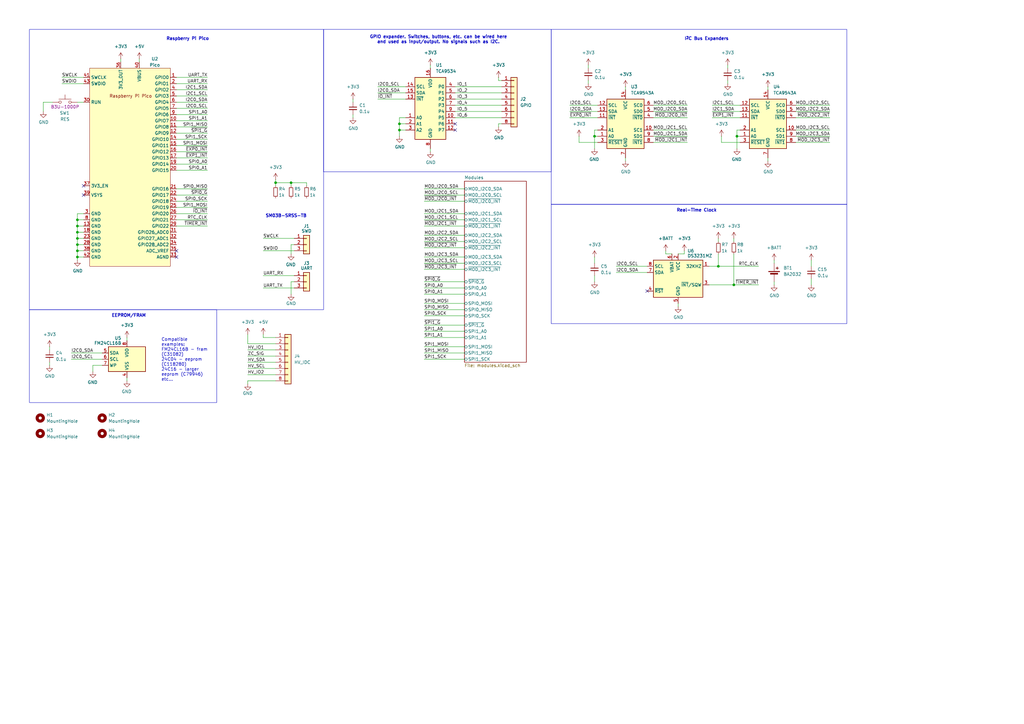
<source format=kicad_sch>
(kicad_sch (version 20231120) (generator "eeschema") (generator_version "8.0")
  (paper "A3")
  (title_block (title "Axis Control PCB") (date "2024-09-07") (rev "1") (comment 1 "Author: Meigs2"))
  (lib_symbols
    (symbol "+3V3_1" (power) (pin_numbers hide) (pin_names (offset 0) hide)
      (property "Value" "+3V3" (at 0 3.556 0))
      (symbol "+3V3_1_0_1"
        (polyline (pts (xy -0.762 1.27) (xy 0 2.54)))
        (polyline (pts (xy 0 0) (xy 0 2.54)))
        (polyline (pts (xy 0 2.54) (xy 0.762 1.27)))
      )
      (symbol "+3V3_1_1_1"
        (pin power_in line (at 0 0 90) (length 0) (name "~") (number "1"))
      )
    )
    (symbol "Connector_Generic:Conn_01x03" (pin_names (offset 1.016) hide)
      (property "Reference" "J" (at 0 5.08 0))
      (property "Value" "Conn_01x03" (at 0 -5.08 0))
      (symbol "Conn_01x03_1_1"
        (rectangle (start -1.27 -2.413) (end 0 -2.667) (stroke (width 0.1524)))
        (rectangle (start -1.27 0.127) (end 0 -0.127) (stroke (width 0.1524)))
        (rectangle (start -1.27 2.667) (end 0 2.413) (stroke (width 0.1524)))
        (rectangle (start -1.27 3.81) (end 1.27 -3.81) (stroke (width 0.254)) (fill (type background)))
        (pin passive line (at -5.08 2.54 0) (length 3.81) (name "Pin_1") (number "1"))
        (pin passive line (at -5.08 0 0) (length 3.81) (name "Pin_2") (number "2"))
        (pin passive line (at -5.08 -2.54 0) (length 3.81) (name "Pin_3") (number "3"))
      )
    )
    (symbol "Connector_Generic:Conn_01x08" (pin_names (offset 1.016) hide)
      (property "Reference" "J" (at 0 10.16 0))
      (property "Value" "Conn_01x08" (at 0 -12.7 0))
      (symbol "Conn_01x08_1_1"
        (rectangle (start -1.27 -10.033) (end 0 -10.287) (stroke (width 0.1524)))
        (rectangle (start -1.27 -7.493) (end 0 -7.747) (stroke (width 0.1524)))
        (rectangle (start -1.27 -4.953) (end 0 -5.207) (stroke (width 0.1524)))
        (rectangle (start -1.27 -2.413) (end 0 -2.667) (stroke (width 0.1524)))
        (rectangle (start -1.27 0.127) (end 0 -0.127) (stroke (width 0.1524)))
        (rectangle (start -1.27 2.667) (end 0 2.413) (stroke (width 0.1524)))
        (rectangle (start -1.27 5.207) (end 0 4.953) (stroke (width 0.1524)))
        (rectangle (start -1.27 7.747) (end 0 7.493) (stroke (width 0.1524)))
        (rectangle (start -1.27 8.89) (end 1.27 -11.43) (stroke (width 0.254)) (fill (type background)))
        (pin passive line (at -5.08 7.62 0) (length 3.81) (name "Pin_1") (number "1"))
        (pin passive line (at -5.08 5.08 0) (length 3.81) (name "Pin_2") (number "2"))
        (pin passive line (at -5.08 2.54 0) (length 3.81) (name "Pin_3") (number "3"))
        (pin passive line (at -5.08 0 0) (length 3.81) (name "Pin_4") (number "4"))
        (pin passive line (at -5.08 -2.54 0) (length 3.81) (name "Pin_5") (number "5"))
        (pin passive line (at -5.08 -5.08 0) (length 3.81) (name "Pin_6") (number "6"))
        (pin passive line (at -5.08 -7.62 0) (length 3.81) (name "Pin_7") (number "7"))
        (pin passive line (at -5.08 -10.16 0) (length 3.81) (name "Pin_8") (number "8"))
      )
    )
    (symbol "Device:Battery_Cell" (pin_numbers hide) (pin_names (offset 0) hide)
      (property "Reference" "BT" (at 2.54 2.54 0))
      (property "Value" "Battery_Cell" (at 2.54 0 0))
      (symbol "Battery_Cell_0_1"
        (rectangle (start -2.286 1.778) (end 2.286 1.524) (fill (type outline)))
        (rectangle (start -1.524 1.016) (end 1.524 0.508) (fill (type outline)))
        (polyline (pts (xy 0 0.762) (xy 0 0)))
        (polyline (pts (xy 0 1.778) (xy 0 2.54)))
        (polyline (pts (xy 0.762 3.048) (xy 1.778 3.048)) (stroke (width 0.254)))
        (polyline (pts (xy 1.27 3.556) (xy 1.27 2.54)) (stroke (width 0.254)))
      )
      (symbol "Battery_Cell_1_1"
        (pin passive line (at 0 5.08 270) (length 2.54) (name "+") (number "1"))
        (pin passive line (at 0 -2.54 90) (length 2.54) (name "-") (number "2"))
      )
    )
    (symbol "Device:C_Small" (pin_numbers hide) (pin_names (offset 0.254) hide)
      (property "Reference" "C" (at 0.254 1.778 0))
      (property "Value" "C_Small" (at 0.254 -2.032 0))
      (symbol "C_Small_0_1"
        (polyline (pts (xy -1.524 -0.508) (xy 1.524 -0.508)) (stroke (width 0.3302)))
        (polyline (pts (xy -1.524 0.508) (xy 1.524 0.508)) (stroke (width 0.3048)))
      )
      (symbol "C_Small_1_1"
        (pin passive line (at 0 2.54 270) (length 2.032) (name "~") (number "1"))
        (pin passive line (at 0 -2.54 90) (length 2.032) (name "~") (number "2"))
      )
    )
    (symbol "Device:R_Small" (pin_numbers hide) (pin_names (offset 0.254) hide)
      (property "Reference" "R" (at 0.762 0.508 0))
      (property "Value" "R_Small" (at 0.762 -1.016 0))
      (symbol "R_Small_0_1"
        (rectangle (start -0.762 1.778) (end 0.762 -1.778) (stroke (width 0.2032)))
      )
      (symbol "R_Small_1_1"
        (pin passive line (at 0 2.54 270) (length 0.762) (name "~") (number "1"))
        (pin passive line (at 0 -2.54 90) (length 0.762) (name "~") (number "2"))
      )
    )
    (symbol "Interface_Expansion:TCA9534"
      (property "Reference" "U" (at -6.35 12.7 0))
      (property "Value" "TCA9534" (at 2.54 12.7 0))
      (symbol "TCA9534_0_1"
        (rectangle (start -6.35 -13.97) (end 6.35 11.43) (stroke (width 0.254)) (fill (type background)))
      )
      (symbol "TCA9534_1_1"
        (pin input line (at -10.16 -5.08 0) (length 3.81) (name "A0") (number "1"))
        (pin bidirectional line (at 10.16 -5.08 180) (length 3.81) (name "P5") (number "10"))
        (pin bidirectional line (at 10.16 -7.62 180) (length 3.81) (name "P6") (number "11"))
        (pin bidirectional line (at 10.16 -10.16 180) (length 3.81) (name "P7") (number "12"))
        (pin open_collector line (at -10.16 2.54 0) (length 3.81) (name "~{INT}") (number "13"))
        (pin input line (at -10.16 7.62 0) (length 3.81) (name "SCL") (number "14"))
        (pin bidirectional line (at -10.16 5.08 0) (length 3.81) (name "SDA") (number "15"))
        (pin power_in line (at 0 15.24 270) (length 3.81) (name "VDD") (number "16"))
        (pin input line (at -10.16 -7.62 0) (length 3.81) (name "A1") (number "2"))
        (pin input line (at -10.16 -10.16 0) (length 3.81) (name "A2") (number "3"))
        (pin bidirectional line (at 10.16 7.62 180) (length 3.81) (name "P0") (number "4"))
        (pin bidirectional line (at 10.16 5.08 180) (length 3.81) (name "P1") (number "5"))
        (pin bidirectional line (at 10.16 2.54 180) (length 3.81) (name "P2") (number "6"))
        (pin bidirectional line (at 10.16 0 180) (length 3.81) (name "P3") (number "7"))
        (pin power_in line (at 0 -17.78 90) (length 3.81) (name "GND") (number "8"))
        (pin bidirectional line (at 10.16 -2.54 180) (length 3.81) (name "P4") (number "9"))
      )
    )
    (symbol "Mechanical:MountingHole" (pin_names (offset 1.016)) (exclude_from_sim yes) (in_bom no)
      (property "Reference" "H" (at 0 5.08 0))
      (property "Value" "MountingHole" (at 0 3.175 0))
      (symbol "MountingHole_0_1"
        (circle (center 0 0) (radius 1.27) (stroke (width 1.27)))
      )
    )
    (symbol "Memory_NVRAM:FM24CL16B"
      (property "Reference" "U" (at -5.08 8.89 0))
      (property "Value" "FM24CL16B" (at 6.35 -8.89 0))
      (symbol "FM24CL16B_0_1"
        (rectangle (start -7.62 5.08) (end 7.62 -5.08) (stroke (width 0.254)) (fill (type background)))
      )
      (symbol "FM24CL16B_1_1"
        (pin no_connect line (at -7.62 2.54 0) (length 2.54) hide (name "~") (number "1"))
        (pin no_connect line (at -7.62 -2.54 0) (length 2.54) hide (name "~") (number "2"))
        (pin no_connect line (at -7.62 0 0) (length 2.54) hide (name "~") (number "3"))
        (pin power_in line (at 0 -7.62 90) (length 2.54) (name "VSS") (number "4"))
        (pin bidirectional line (at 10.16 2.54 180) (length 2.54) (name "SDA") (number "5"))
        (pin input line (at 10.16 0 180) (length 2.54) (name "SCL") (number "6"))
        (pin input line (at 10.16 -2.54 180) (length 2.54) (name "WP") (number "7"))
        (pin power_in line (at 0 7.62 270) (length 2.54) (name "VDD") (number "8"))
      )
    )
    (symbol "Project_Library:Pico"
      (property "Reference" "U" (at -14.224 45.974 0))
      (property "Value" "Pico" (at 0 27.94 0))
      (symbol "Pico_0_0"
        (text "Raspberry Pi Pico" (at 0.254 30.48 0) (effects (font (size 1.27 1.27))))
      )
      (symbol "Pico_0_1"
        (rectangle (start -16.51 41.91) (end 16.51 -39.37) (fill (type background)))
      )
      (symbol "Pico_1_1"
        (pin bidirectional line (at 19.05 38.1 180) (length 2.54) (name "GPIO0") (number "1"))
        (pin bidirectional line (at 19.05 20.32 180) (length 2.54) (name "GPIO7") (number "10"))
        (pin bidirectional line (at 19.05 17.78 180) (length 2.54) (name "GPIO8") (number "11"))
        (pin bidirectional line (at 19.05 15.24 180) (length 2.54) (name "GPIO9") (number "12"))
        (pin power_in line (at -19.05 -22.86 0) (length 2.54) (name "GND") (number "13"))
        (pin bidirectional line (at 19.05 12.7 180) (length 2.54) (name "GPIO10") (number "14"))
        (pin bidirectional line (at 19.05 10.16 180) (length 2.54) (name "GPIO11") (number "15"))
        (pin bidirectional line (at 19.05 7.62 180) (length 2.54) (name "GPIO12") (number "16"))
        (pin bidirectional line (at 19.05 5.08 180) (length 2.54) (name "GPIO13") (number "17"))
        (pin power_in line (at -19.05 -25.4 0) (length 2.54) (name "GND") (number "18"))
        (pin bidirectional line (at 19.05 2.54 180) (length 2.54) (name "GPIO14") (number "19"))
        (pin bidirectional line (at 19.05 35.56 180) (length 2.54) (name "GPIO1") (number "2"))
        (pin bidirectional line (at 19.05 0 180) (length 2.54) (name "GPIO15") (number "20"))
        (pin bidirectional line (at 19.05 -7.62 180) (length 2.54) (name "GPIO16") (number "21"))
        (pin bidirectional line (at 19.05 -10.16 180) (length 2.54) (name "GPIO17") (number "22"))
        (pin power_in line (at -19.05 -27.94 0) (length 2.54) (name "GND") (number "23"))
        (pin bidirectional line (at 19.05 -12.7 180) (length 2.54) (name "GPIO18") (number "24"))
        (pin bidirectional line (at 19.05 -15.24 180) (length 2.54) (name "GPIO19") (number "25"))
        (pin bidirectional line (at 19.05 -17.78 180) (length 2.54) (name "GPIO20") (number "26"))
        (pin bidirectional line (at 19.05 -20.32 180) (length 2.54) (name "GPIO21") (number "27"))
        (pin power_in line (at -19.05 -30.48 0) (length 2.54) (name "GND") (number "28"))
        (pin bidirectional line (at 19.05 -22.86 180) (length 2.54) (name "GPIO22") (number "29"))
        (pin power_in line (at -19.05 -17.78 0) (length 2.54) (name "GND") (number "3"))
        (pin input line (at -19.05 27.94 0) (length 2.54) (name "RUN") (number "30"))
        (pin bidirectional line (at 19.05 -25.4 180) (length 2.54) (name "GPIO26_ADC0") (number "31"))
        (pin bidirectional line (at 19.05 -27.94 180) (length 2.54) (name "GPIO27_ADC1") (number "32"))
        (pin power_in line (at 19.05 -35.56 180) (length 2.54) (name "AGND") (number "33"))
        (pin bidirectional line (at 19.05 -30.48 180) (length 2.54) (name "GPIO28_ADC2") (number "34"))
        (pin power_in line (at 19.05 -33.02 180) (length 2.54) (name "ADC_VREF") (number "35"))
        (pin power_in line (at -3.81 44.45 270) (length 2.54) (name "3V3_OUT") (number "36"))
        (pin input line (at -19.05 -6.35 0) (length 2.54) (name "3V3_EN") (number "37"))
        (pin power_in line (at -19.05 -33.02 0) (length 2.54) (name "GND") (number "38"))
        (pin power_in line (at -19.05 -10.16 0) (length 2.54) (name "VSYS") (number "39"))
        (pin bidirectional line (at 19.05 33.02 180) (length 2.54) (name "GPIO2") (number "4"))
        (pin power_in line (at 3.81 44.45 270) (length 2.54) (name "VBUS") (number "40"))
        (pin input line (at -19.05 38.1 0) (length 2.54) (name "SWCLK") (number "41"))
        (pin power_in line (at -19.05 -35.56 0) (length 2.54) (name "GND") (number "42"))
        (pin bidirectional line (at -19.05 35.56 0) (length 2.54) (name "SWDIO") (number "43"))
        (pin bidirectional line (at 19.05 30.48 180) (length 2.54) (name "GPIO3") (number "5"))
        (pin bidirectional line (at 19.05 27.94 180) (length 2.54) (name "GPIO4") (number "6"))
        (pin bidirectional line (at 19.05 25.4 180) (length 2.54) (name "GPIO5") (number "7"))
        (pin power_in line (at -19.05 -20.32 0) (length 2.54) (name "GND") (number "8"))
        (pin bidirectional line (at 19.05 22.86 180) (length 2.54) (name "GPIO6") (number "9"))
      )
    )
    (symbol "Project_Library:TCA9543A"
      (property "Reference" "U" (at 2.032 13.462 0))
      (property "Value" "TCA9543A" (at 6.096 11.43 0))
      (symbol "TCA9543A_0_1"
        (rectangle (start -7.62 10.16) (end 7.62 -10.16) (stroke (width 0.254)) (fill (type background)))
      )
      (symbol "TCA9543A_1_1"
        (pin input line (at -11.43 -5.08 0) (length 3.81) (name "A0") (number "1"))
        (pin bidirectional line (at 11.43 -2.54 180) (length 3.81) (name "SC1") (number "10"))
        (pin input line (at -11.43 2.54 0) (length 3.81) (name "~{INT}") (number "11"))
        (pin bidirectional line (at -11.43 7.62 0) (length 3.81) (name "SCL") (number "12"))
        (pin bidirectional line (at -11.43 5.08 0) (length 3.81) (name "SDA") (number "13"))
        (pin power_in line (at 0 13.97 270) (length 3.81) (name "VCC") (number "14"))
        (pin input line (at -11.43 -2.54 0) (length 3.81) (name "A1") (number "2"))
        (pin input line (at -11.43 -7.62 0) (length 3.81) (name "~{RESET}") (number "3"))
        (pin input line (at 11.43 2.54 180) (length 3.81) (name "~{INT0}") (number "4"))
        (pin bidirectional line (at 11.43 5.08 180) (length 3.81) (name "SD0") (number "5"))
        (pin bidirectional line (at 11.43 7.62 180) (length 3.81) (name "SC0") (number "6"))
        (pin power_in line (at 0 -13.97 90) (length 3.81) (name "GND") (number "7"))
        (pin input line (at 11.43 -7.62 180) (length 3.81) (name "~{INT1}") (number "8"))
        (pin bidirectional line (at 11.43 -5.08 180) (length 3.81) (name "SD1") (number "9"))
      )
    )
    (symbol "Switch:SW_Push" (pin_numbers hide) (pin_names (offset 1.016) hide)
      (property "Reference" "SW" (at 1.27 2.54 0))
      (property "Value" "SW_Push" (at 0 -1.524 0))
      (symbol "SW_Push_0_1"
        (circle (center -2.032 0) (radius 0.508))
        (polyline (pts (xy 0 1.27) (xy 0 3.048)))
        (polyline (pts (xy 2.54 1.27) (xy -2.54 1.27)))
        (circle (center 2.032 0) (radius 0.508))
        (pin passive line (at -5.08 0 0) (length 2.54) (name "1") (number "1"))
        (pin passive line (at 5.08 0 180) (length 2.54) (name "2") (number "2"))
      )
    )
    (symbol "Timer_RTC:DS3231MZ"
      (property "Reference" "U" (at -7.62 8.89 0))
      (property "Value" "DS3231MZ" (at 11.43 8.89 0))
      (symbol "DS3231MZ_0_1"
        (rectangle (start -10.16 7.62) (end 10.16 -7.62) (stroke (width 0.254)) (fill (type background)))
      )
      (symbol "DS3231MZ_1_1"
        (pin open_collector line (at 12.7 5.08 180) (length 2.54) (name "32KHZ") (number "1"))
        (pin power_in line (at 0 10.16 270) (length 2.54) (name "VCC") (number "2"))
        (pin open_collector line (at 12.7 -2.54 180) (length 2.54) (name "~{INT}/SQW") (number "3"))
        (pin bidirectional line (at -12.7 -5.08 0) (length 2.54) (name "~{RST}") (number "4"))
        (pin power_in line (at 0 -10.16 90) (length 2.54) (name "GND") (number "5"))
        (pin power_in line (at -2.54 10.16 270) (length 2.54) (name "VBAT") (number "6"))
        (pin bidirectional line (at -12.7 2.54 0) (length 2.54) (name "SDA") (number "7"))
        (pin input line (at -12.7 5.08 0) (length 2.54) (name "SCL") (number "8"))
      )
    )
    (symbol "power:+3V3" (power) (pin_names (offset 0))
      (property "Value" "+3V3" (at 0 3.556 0))
      (symbol "+3V3_0_1"
        (polyline (pts (xy -0.762 1.27) (xy 0 2.54)))
        (polyline (pts (xy 0 0) (xy 0 2.54)))
        (polyline (pts (xy 0 2.54) (xy 0.762 1.27)))
      )
      (symbol "+3V3_1_1"
        (pin power_in line (at 0 0 90) (length 0) hide (name "+3V3") (number "1"))
      )
    )
    (symbol "power:+5V" (power) (pin_numbers hide) (pin_names (offset 0) hide)
      (property "Value" "+5V" (at 0 3.556 0))
      (symbol "+5V_0_1"
        (polyline (pts (xy -0.762 1.27) (xy 0 2.54)))
        (polyline (pts (xy 0 0) (xy 0 2.54)))
        (polyline (pts (xy 0 2.54) (xy 0.762 1.27)))
      )
      (symbol "+5V_1_1"
        (pin power_in line (at 0 0 90) (length 0) (name "~") (number "1"))
      )
    )
    (symbol "power:+BATT" (power) (pin_numbers hide) (pin_names (offset 0) hide)
      (property "Value" "+BATT" (at 0 3.556 0))
      (symbol "+BATT_0_1"
        (polyline (pts (xy -0.762 1.27) (xy 0 2.54)))
        (polyline (pts (xy 0 0) (xy 0 2.54)))
        (polyline (pts (xy 0 2.54) (xy 0.762 1.27)))
      )
      (symbol "+BATT_1_1"
        (pin power_in line (at 0 0 90) (length 0) (name "~") (number "1"))
      )
    )
    (symbol "power:GND" (power) (pin_names (offset 0))
      (property "Value" "GND" (at 0 -3.81 0))
      (symbol "GND_0_1"
        (polyline (pts (xy 0 0) (xy 0 -1.27) (xy 1.27 -1.27) (xy 0 -2.54) (xy -1.27 -1.27) (xy 0 -1.27)))
      )
      (symbol "GND_1_1"
        (pin power_in line (at 0 0 270) (length 0) hide (name "GND") (number "1"))
      )
    )
  )
  (junction (at 163.83 50.8))
  (junction (at 31.75 102.87))
  (junction (at 243.84 55.88))
  (junction (at 302.26 55.88))
  (junction (at 119.38 74.93))
  (junction (at 31.75 90.17))
  (junction (at 294.64 109.22))
  (junction (at 113.03 74.93))
  (junction (at 31.75 100.33))
  (junction (at 31.75 97.79))
  (junction (at 31.75 92.71))
  (junction (at 31.75 105.41))
  (junction (at 31.75 95.25))
  (junction (at 163.83 53.34))
  (junction (at 300.99 116.84))
  (no_connect (at 34.29 76.2))
  (no_connect (at 186.69 53.34))
  (no_connect (at 72.39 105.41))
  (no_connect (at 34.29 80.01))
  (no_connect (at 265.43 119.38))
  (no_connect (at 186.69 50.8))
  (no_connect (at 72.39 102.87))
  (wire (pts (xy 31.75 41.91) (xy 34.29 41.91)))
  (wire (pts (xy 280.67 104.14) (xy 278.13 104.14)))
  (wire (pts (xy 173.99 142.24) (xy 190.5 142.24)))
  (wire (pts (xy 173.99 87.63) (xy 190.5 87.63)))
  (wire (pts (xy 294.64 104.14) (xy 294.64 109.22)))
  (wire (pts (xy 163.83 48.26) (xy 163.83 50.8)))
  (wire (pts (xy 72.39 59.69) (xy 85.09 59.69)))
  (wire (pts (xy 303.53 58.42) (xy 295.91 58.42)))
  (wire (pts (xy 241.3 26.67) (xy 241.3 27.94)))
  (wire (pts (xy 295.91 58.42) (xy 295.91 55.88)))
  (wire (pts (xy 119.38 74.93) (xy 119.38 76.2)))
  (wire (pts (xy 204.47 50.8) (xy 205.74 50.8)))
  (wire (pts (xy 119.38 100.33) (xy 120.65 100.33)))
  (wire (pts (xy 72.39 90.17) (xy 85.09 90.17)))
  (wire (pts (xy 101.6 143.51) (xy 113.03 143.51)))
  (wire (pts (xy 267.97 53.34) (xy 281.94 53.34)))
  (wire (pts (xy 72.39 77.47) (xy 85.09 77.47)))
  (wire (pts (xy 101.6 153.67) (xy 113.03 153.67)))
  (wire (pts (xy 326.39 58.42) (xy 340.36 58.42)))
  (wire (pts (xy 173.99 82.55) (xy 190.5 82.55)))
  (wire (pts (xy 52.07 138.43) (xy 52.07 139.7)))
  (wire (pts (xy 314.96 35.56) (xy 314.96 36.83)))
  (wire (pts (xy 292.1 48.26) (xy 303.53 48.26)))
  (wire (pts (xy 72.39 31.75) (xy 85.09 31.75)))
  (wire (pts (xy 290.83 109.22) (xy 294.64 109.22)))
  (wire (pts (xy 119.38 104.14) (xy 119.38 100.33)))
  (wire (pts (xy 101.6 151.13) (xy 113.03 151.13)))
  (wire (pts (xy 166.37 48.26) (xy 163.83 48.26)))
  (wire (pts (xy 173.99 127) (xy 190.5 127)))
  (wire (pts (xy 256.54 64.77) (xy 256.54 66.04)))
  (wire (pts (xy 31.75 100.33) (xy 31.75 102.87)))
  (wire (pts (xy 267.97 48.26) (xy 281.94 48.26)))
  (wire (pts (xy 25.4 31.75) (xy 34.29 31.75)))
  (wire (pts (xy 173.99 96.52) (xy 190.5 96.52)))
  (wire (pts (xy 72.39 57.15) (xy 85.09 57.15)))
  (wire (pts (xy 72.39 34.29) (xy 85.09 34.29)))
  (wire (pts (xy 154.94 40.64) (xy 166.37 40.64)))
  (wire (pts (xy 31.75 92.71) (xy 34.29 92.71)))
  (wire (pts (xy 267.97 55.88) (xy 281.94 55.88)))
  (wire (pts (xy 173.99 110.49) (xy 190.5 110.49)))
  (wire (pts (xy 245.11 58.42) (xy 237.49 58.42)))
  (wire (pts (xy 176.53 60.96) (xy 176.53 62.23)))
  (wire (pts (xy 303.53 55.88) (xy 302.26 55.88)))
  (wire (pts (xy 186.69 35.56) (xy 205.74 35.56)))
  (wire (pts (xy 72.39 46.99) (xy 85.09 46.99)))
  (wire (pts (xy 273.05 104.14) (xy 275.59 104.14)))
  (wire (pts (xy 173.99 77.47) (xy 190.5 77.47)))
  (wire (pts (xy 233.68 43.18) (xy 245.11 43.18)))
  (wire (pts (xy 300.99 116.84) (xy 311.15 116.84)))
  (wire (pts (xy 173.99 99.06) (xy 190.5 99.06)))
  (wire (pts (xy 204.47 33.02) (xy 205.74 33.02)))
  (wire (pts (xy 252.73 111.76) (xy 265.43 111.76)))
  (wire (pts (xy 300.99 97.79) (xy 300.99 99.06)))
  (wire (pts (xy 280.67 102.87) (xy 280.67 104.14)))
  (wire (pts (xy 72.39 36.83) (xy 85.09 36.83)))
  (wire (pts (xy 72.39 69.85) (xy 85.09 69.85)))
  (wire (pts (xy 107.95 97.79) (xy 120.65 97.79)))
  (wire (pts (xy 204.47 52.07) (xy 204.47 50.8)))
  (wire (pts (xy 72.39 85.09) (xy 85.09 85.09)))
  (wire (pts (xy 233.68 45.72) (xy 245.11 45.72)))
  (wire (pts (xy 173.99 135.89) (xy 190.5 135.89)))
  (wire (pts (xy 326.39 55.88) (xy 340.36 55.88)))
  (wire (pts (xy 113.03 74.93) (xy 119.38 74.93)))
  (wire (pts (xy 144.78 46.99) (xy 144.78 48.26)))
  (wire (pts (xy 290.83 116.84) (xy 300.99 116.84)))
  (wire (pts (xy 186.69 38.1) (xy 205.74 38.1)))
  (wire (pts (xy 31.75 95.25) (xy 34.29 95.25)))
  (wire (pts (xy 34.29 105.41) (xy 31.75 105.41)))
  (wire (pts (xy 243.84 53.34) (xy 243.84 55.88)))
  (wire (pts (xy 233.68 48.26) (xy 245.11 48.26)))
  (wire (pts (xy 173.99 124.46) (xy 190.5 124.46)))
  (wire (pts (xy 326.39 43.18) (xy 340.36 43.18)))
  (wire (pts (xy 176.53 26.67) (xy 176.53 27.94)))
  (wire (pts (xy 17.78 41.91) (xy 17.78 45.72)))
  (wire (pts (xy 72.39 62.23) (xy 85.09 62.23)))
  (wire (pts (xy 72.39 54.61) (xy 85.09 54.61)))
  (wire (pts (xy 154.94 35.56) (xy 166.37 35.56)))
  (wire (pts (xy 101.6 140.97) (xy 113.03 140.97)))
  (wire (pts (xy 29.21 147.32) (xy 41.91 147.32)))
  (wire (pts (xy 72.39 92.71) (xy 85.09 92.71)))
  (wire (pts (xy 41.91 149.86) (xy 38.1 149.86)))
  (wire (pts (xy 31.75 97.79) (xy 31.75 100.33)))
  (wire (pts (xy 173.99 144.78) (xy 190.5 144.78)))
  (wire (pts (xy 332.74 106.68) (xy 332.74 109.22)))
  (wire (pts (xy 72.39 52.07) (xy 85.09 52.07)))
  (wire (pts (xy 29.21 144.78) (xy 41.91 144.78)))
  (wire (pts (xy 173.99 115.57) (xy 190.5 115.57)))
  (wire (pts (xy 173.99 92.71) (xy 190.5 92.71)))
  (wire (pts (xy 173.99 138.43) (xy 190.5 138.43)))
  (wire (pts (xy 57.15 24.13) (xy 57.15 25.4)))
  (wire (pts (xy 34.29 87.63) (xy 31.75 87.63)))
  (wire (pts (xy 101.6 137.16) (xy 101.6 140.97)))
  (wire (pts (xy 31.75 90.17) (xy 31.75 92.71)))
  (wire (pts (xy 101.6 148.59) (xy 113.03 148.59)))
  (wire (pts (xy 317.5 106.68) (xy 317.5 107.95)))
  (wire (pts (xy 101.6 146.05) (xy 113.03 146.05)))
  (wire (pts (xy 144.78 40.64) (xy 144.78 41.91)))
  (wire (pts (xy 72.39 39.37) (xy 85.09 39.37)))
  (wire (pts (xy 173.99 147.32) (xy 190.5 147.32)))
  (wire (pts (xy 267.97 43.18) (xy 281.94 43.18)))
  (wire (pts (xy 113.03 73.66) (xy 113.03 74.93)))
  (wire (pts (xy 302.26 53.34) (xy 302.26 55.88)))
  (wire (pts (xy 72.39 82.55) (xy 85.09 82.55)))
  (wire (pts (xy 245.11 53.34) (xy 243.84 53.34)))
  (wire (pts (xy 21.59 41.91) (xy 17.78 41.91)))
  (wire (pts (xy 243.84 113.03) (xy 243.84 115.57)))
  (wire (pts (xy 101.6 157.48) (xy 101.6 156.21)))
  (wire (pts (xy 326.39 48.26) (xy 340.36 48.26)))
  (wire (pts (xy 25.4 34.29) (xy 34.29 34.29)))
  (wire (pts (xy 317.5 115.57) (xy 317.5 116.84)))
  (wire (pts (xy 31.75 92.71) (xy 31.75 95.25)))
  (wire (pts (xy 186.69 40.64) (xy 205.74 40.64)))
  (wire (pts (xy 20.32 142.24) (xy 20.32 143.51)))
  (wire (pts (xy 292.1 43.18) (xy 303.53 43.18)))
  (wire (pts (xy 173.99 120.65) (xy 190.5 120.65)))
  (wire (pts (xy 256.54 35.56) (xy 256.54 36.83)))
  (wire (pts (xy 107.95 118.11) (xy 120.65 118.11)))
  (wire (pts (xy 72.39 67.31) (xy 85.09 67.31)))
  (wire (pts (xy 31.75 102.87) (xy 31.75 105.41)))
  (wire (pts (xy 31.75 95.25) (xy 31.75 97.79)))
  (wire (pts (xy 173.99 90.17) (xy 190.5 90.17)))
  (wire (pts (xy 243.84 105.41) (xy 243.84 107.95)))
  (wire (pts (xy 186.69 43.18) (xy 205.74 43.18)))
  (wire (pts (xy 72.39 64.77) (xy 85.09 64.77)))
  (wire (pts (xy 72.39 87.63) (xy 85.09 87.63)))
  (wire (pts (xy 243.84 55.88) (xy 243.84 60.96)))
  (wire (pts (xy 154.94 38.1) (xy 166.37 38.1)))
  (wire (pts (xy 267.97 45.72) (xy 281.94 45.72)))
  (wire (pts (xy 314.96 64.77) (xy 314.96 66.04)))
  (wire (pts (xy 298.45 26.67) (xy 298.45 27.94)))
  (wire (pts (xy 173.99 118.11) (xy 190.5 118.11)))
  (wire (pts (xy 294.64 109.22) (xy 311.15 109.22)))
  (wire (pts (xy 326.39 53.34) (xy 340.36 53.34)))
  (wire (pts (xy 31.75 102.87) (xy 34.29 102.87)))
  (wire (pts (xy 237.49 58.42) (xy 237.49 55.88)))
  (wire (pts (xy 303.53 53.34) (xy 302.26 53.34)))
  (wire (pts (xy 31.75 100.33) (xy 34.29 100.33)))
  (wire (pts (xy 72.39 80.01) (xy 85.09 80.01)))
  (wire (pts (xy 173.99 80.01) (xy 190.5 80.01)))
  (wire (pts (xy 163.83 53.34) (xy 163.83 55.88)))
  (wire (pts (xy 163.83 53.34) (xy 166.37 53.34)))
  (wire (pts (xy 31.75 87.63) (xy 31.75 90.17)))
  (wire (pts (xy 72.39 49.53) (xy 85.09 49.53)))
  (wire (pts (xy 278.13 124.46) (xy 278.13 125.73)))
  (wire (pts (xy 241.3 33.02) (xy 241.3 34.29)))
  (wire (pts (xy 302.26 55.88) (xy 302.26 60.96)))
  (wire (pts (xy 113.03 76.2) (xy 113.03 74.93)))
  (wire (pts (xy 173.99 133.35) (xy 190.5 133.35)))
  (wire (pts (xy 119.38 120.65) (xy 119.38 115.57)))
  (wire (pts (xy 204.47 31.75) (xy 204.47 33.02)))
  (wire (pts (xy 49.53 24.13) (xy 49.53 25.4)))
  (wire (pts (xy 173.99 105.41) (xy 190.5 105.41)))
  (wire (pts (xy 166.37 50.8) (xy 163.83 50.8)))
  (wire (pts (xy 31.75 97.79) (xy 34.29 97.79)))
  (wire (pts (xy 332.74 114.3) (xy 332.74 116.84)))
  (wire (pts (xy 125.73 76.2) (xy 125.73 74.93)))
  (wire (pts (xy 20.32 148.59) (xy 20.32 149.86)))
  (wire (pts (xy 273.05 102.87) (xy 273.05 104.14)))
  (wire (pts (xy 163.83 50.8) (xy 163.83 53.34)))
  (wire (pts (xy 72.39 44.45) (xy 85.09 44.45)))
  (wire (pts (xy 38.1 149.86) (xy 38.1 152.4)))
  (wire (pts (xy 173.99 101.6) (xy 190.5 101.6)))
  (wire (pts (xy 119.38 74.93) (xy 125.73 74.93)))
  (wire (pts (xy 101.6 156.21) (xy 113.03 156.21)))
  (wire (pts (xy 186.69 45.72) (xy 205.74 45.72)))
  (wire (pts (xy 245.11 55.88) (xy 243.84 55.88)))
  (wire (pts (xy 119.38 115.57) (xy 120.65 115.57)))
  (wire (pts (xy 267.97 58.42) (xy 281.94 58.42)))
  (wire (pts (xy 300.99 104.14) (xy 300.99 116.84)))
  (wire (pts (xy 31.75 105.41) (xy 31.75 106.68)))
  (wire (pts (xy 173.99 129.54) (xy 190.5 129.54)))
  (wire (pts (xy 186.69 48.26) (xy 205.74 48.26)))
  (wire (pts (xy 31.75 90.17) (xy 34.29 90.17)))
  (wire (pts (xy 173.99 107.95) (xy 190.5 107.95)))
  (wire (pts (xy 107.95 102.87) (xy 120.65 102.87)))
  (wire (pts (xy 107.95 137.16) (xy 107.95 138.43)))
  (wire (pts (xy 252.73 109.22) (xy 265.43 109.22)))
  (wire (pts (xy 292.1 45.72) (xy 303.53 45.72)))
  (wire (pts (xy 72.39 41.91) (xy 85.09 41.91)))
  (wire (pts (xy 107.95 138.43) (xy 113.03 138.43)))
  (wire (pts (xy 294.64 97.79) (xy 294.64 99.06)))
  (wire (pts (xy 326.39 45.72) (xy 340.36 45.72)))
  (wire (pts (xy 107.95 113.03) (xy 120.65 113.03)))
  (wire (pts (xy 52.07 154.94) (xy 52.07 156.21)))
  (wire (pts (xy 298.45 33.02) (xy 298.45 34.29)))
  (rectangle (start 226.06 12.065) (end 347.345 83.82))
  (rectangle (start 226.06 83.82) (end 347.345 132.715))
  (rectangle (start 132.715 12.065) (end 226.06 70.485))
  (rectangle (start 12.065 12.065) (end 132.715 127))
  (rectangle (start 12.065 127) (end 88.9 165.1))
  (text "Raspberry Pi Pico" (at 76.962 15.24 0) (effects (font (size 1.27 1.27) (thickness 0.254) (bold yes)) (justify top)))
  (text "Compatible\nexamples:\nFM24CL16B - fram\n(C31082)\n24C04 - eeprom\n(C118280)\n24C16 - larger\neeprom (C79946)\netc..." (at 66.167 156.464 0) (effects (font (size 1.27 1.27)) (justify left bottom)))
  (text "EEPROM/FRAM" (at 52.832 128.778 0) (effects (font (size 1.27 1.27) (thickness 0.254) (bold yes)) (justify top)))
  (text "Real-Time Clock" (at 285.75 85.598 0) (effects (font (size 1.27 1.27) (thickness 0.254) (bold yes)) (justify top)))
  (text "GPIO expander. Switches, buttons, etc. can be wired here\nand used as input/output. No signals such as I2C." (at 179.832 14.478 0) (effects (font (size 1.27 1.27) (thickness 0.254) (bold yes)) (justify top)))
  (text "SM03B-SRSS-TB" (at 117.348 87.884 0) (effects (font (size 1.27 1.27) (thickness 0.254) (bold yes)) (justify top)))
  (text "I^{2}C Bus Expanders" (at 289.814 15.24 0) (effects (font (size 1.27 1.27) (thickness 0.254) (bold yes)) (justify top)))
  (label "~{TIMER_INT}" (at 311.15 116.84 180))
  (label "IO_2" (at 191.77 38.1 180))
  (label "MOD_I2C2_SCL" (at 173.99 99.06 0))
  (label "IO_5" (at 191.77 45.72 180))
  (label "MOD_I2C2_SDA" (at 173.99 96.52 0))
  (label "~{TIMER_INT}" (at 85.09 92.71 180))
  (label "I2C0_SDA" (at 233.68 45.72 0))
  (label "I2C1_SDA" (at 292.1 45.72 0))
  (label "I2C1_SCL" (at 85.09 39.37 180))
  (label "I2C0_SDA" (at 154.94 38.1 0))
  (label "SPI1_A0" (at 173.99 135.89 0))
  (label "SPI1_MOSI" (at 85.09 85.09 180))
  (label "MOD_I2C0_SDA" (at 173.99 77.47 0))
  (label "~{MOD_I2C0_INT}" (at 173.99 82.55 0))
  (label "~{SPI0_G}" (at 85.09 80.01 180))
  (label "SWCLK" (at 25.4 31.75 0))
  (label "SPI0_A0" (at 85.09 67.31 180))
  (label "HV_SCL" (at 101.6 151.13 0))
  (label "~{MOD_I2C1_INT}" (at 173.99 92.71 0))
  (label "SPI1_MISO" (at 173.99 144.78 0))
  (label "SPI1_SCK" (at 85.09 57.15 180))
  (label "I2C0_SCL" (at 154.94 35.56 0))
  (label "RTC_CLK" (at 85.09 90.17 180))
  (label "IO_6" (at 191.77 48.26 180))
  (label "SPI1_SCK" (at 173.99 147.32 0))
  (label "I2C0_SDA" (at 85.09 41.91 180))
  (label "SPI0_MISO" (at 173.99 127 0))
  (label "SWDIO" (at 107.95 102.87 0))
  (label "SPI1_A0" (at 85.09 46.99 180))
  (label "~{SPI1_G}" (at 85.09 54.61 180))
  (label "UART_TX" (at 85.09 31.75 180))
  (label "~{EXP1_INT}" (at 85.09 64.77 180))
  (label "MOD_I2C0_SCL" (at 281.94 43.18 180))
  (label "RTC_CLK" (at 311.15 109.22 180))
  (label "SPI0_A1" (at 85.09 69.85 180))
  (label "~{SPI0_G}" (at 173.99 115.57 0))
  (label "SPI0_A1" (at 173.99 120.65 0))
  (label "~{IO_INT}" (at 154.94 40.64 0))
  (label "SPI0_SCK" (at 173.99 129.54 0))
  (label "IO_4" (at 191.77 43.18 180))
  (label "MOD_I2C1_SCL" (at 173.99 90.17 0))
  (label "~{MOD_I2C3_INT}" (at 340.36 58.42 180))
  (label "I2C0_SCL" (at 85.09 44.45 180))
  (label "IO_1" (at 191.77 35.56 180))
  (label "SPI0_A0" (at 173.99 118.11 0))
  (label "MOD_I2C1_SCL" (at 281.94 53.34 180))
  (label "MOD_I2C3_SDA" (at 340.36 55.88 180))
  (label "UART_TX" (at 107.95 118.11 0))
  (label "MOD_I2C2_SDA" (at 340.36 45.72 180))
  (label "MOD_I2C0_SCL" (at 173.99 80.01 0))
  (label "SPI1_MOSI" (at 85.09 59.69 180))
  (label "UART_RX" (at 107.95 113.03 0))
  (label "~{EXP0_INT}" (at 85.09 62.23 180))
  (label "IO_3" (at 191.77 40.64 180))
  (label "SPI1_A1" (at 85.09 49.53 180))
  (label "SWDIO" (at 25.4 34.29 0))
  (label "I2C0_SCL" (at 252.73 109.22 0))
  (label "I2C1_SCL" (at 292.1 43.18 0))
  (label "~{MOD_I2C3_INT}" (at 173.99 110.49 0))
  (label "HV_SDA" (at 101.6 148.59 0))
  (label "HV_IO2" (at 101.6 153.67 0))
  (label "~{MOD_I2C0_INT}" (at 281.94 48.26 180))
  (label "MOD_I2C2_SCL" (at 340.36 43.18 180))
  (label "I2C0_SCL" (at 29.21 147.32 0))
  (label "~{IO_INT}" (at 85.09 87.63 180))
  (label "~{SPI1_G}" (at 173.99 133.35 0))
  (label "HV_IO1" (at 101.6 143.51 0))
  (label "SPI1_MOSI" (at 173.99 142.24 0))
  (label "ZC_SIG" (at 101.6 146.05 0))
  (label "SPI0_MOSI" (at 173.99 124.46 0))
  (label "SPI1_MISO" (at 85.09 52.07 180))
  (label "MOD_I2C0_SDA" (at 281.94 45.72 180))
  (label "UART_RX" (at 85.09 34.29 180))
  (label "MOD_I2C3_SDA" (at 173.99 105.41 0))
  (label "MOD_I2C3_SCL" (at 340.36 53.34 180))
  (label "MOD_I2C1_SDA" (at 281.94 55.88 180))
  (label "I2C0_SDA" (at 252.73 111.76 0))
  (label "~{MOD_I2C2_INT}" (at 173.99 101.6 0))
  (label "~{MOD_I2C1_INT}" (at 281.94 58.42 180))
  (label "MOD_I2C3_SCL" (at 173.99 107.95 0))
  (label "~{EXP0_INT}" (at 233.68 48.26 0))
  (label "SPI1_A1" (at 173.99 138.43 0))
  (label "I2C0_SDA" (at 29.21 144.78 0))
  (label "~{EXP1_INT}" (at 292.1 48.26 0))
  (label "I2C1_SDA" (at 85.09 36.83 180))
  (label "SPI0_MISO" (at 85.09 77.47 180))
  (label "~{MOD_I2C2_INT}" (at 340.36 48.26 180))
  (label "I2C0_SCL" (at 233.68 43.18 0))
  (label "SWCLK" (at 107.95 97.79 0))
  (label "SPI0_SCK" (at 85.09 82.55 180))
  (label "MOD_I2C1_SDA" (at 173.99 87.63 0))
  (symbol (lib_id "power:+5V") (at 107.95 137.16 0) (unit 1)
    (property "Reference" "#PWR044" (effects (hide yes)))
    (property "Value" "+5V" (at 107.95 132.08 0))
    (property "Description" "Power symbol creates a global label with name \"+5V\"" (effects (hide yes)))
  )
  (symbol (lib_id "power:GND") (at 256.54 66.04 0) (unit 1)
    (property "Reference" "#PWR025" (effects (hide yes)))
    (property "Value" "GND" (at 256.667 70.4342 0))
  )
  (symbol (lib_id "Device:C_Small") (at 20.32 146.05 0) (unit 1)
    (property "Reference" "C4" (at 22.86 144.7862 0) (effects (justify left)))
    (property "Value" "0.1u" (at 22.86 147.3262 0) (effects (justify left)))
    (property "Footprint" "Capacitor_SMD:C_0402_1005Metric" (effects (hide yes)))
    (property "Description" "Unpolarized capacitor, small symbol" (effects (hide yes)))
  )
  (symbol (lib_name "+3V3_1") (lib_id "power:+3V3") (at 241.3 26.67 0) (unit 1)
    (property "Reference" "#PWR012" (effects (hide yes)))
    (property "Value" "+3V3" (at 241.3 21.59 0))
    (property "Description" "Power symbol creates a global label with name \"+3V3\"" (effects (hide yes)))
  )
  (symbol (lib_id "power:GND") (at 278.13 125.73 0) (unit 1)
    (property "Reference" "#PWR042" (effects (hide yes)))
    (property "Value" "GND" (at 278.257 130.1242 0))
  )
  (symbol (lib_id "Device:Battery_Cell") (at 317.5 113.03 0) (unit 1)
    (property "Reference" "BT1" (at 321.31 109.9184 0) (effects (justify left)))
    (property "Value" "BA2032" (at 321.31 112.4584 0) (effects (justify left)))
    (property "Datasheet" "https://www.digikey.com/en/products/detail/mpd-memory-protection-devices/BU2032SM-BT-GTR/2439521" (effects (hide yes)))
    (property "Description" "Single-cell battery" (effects (hide yes)))
  )
  (symbol (lib_id "power:+BATT") (at 317.5 106.68 0) (unit 1)
    (property "Reference" "#PWR038" (effects (hide yes)))
    (property "Value" "+BATT" (at 317.5 101.6 0))
    (property "Description" "Power symbol creates a global label with name \"+BATT\"" (effects (hide yes)))
  )
  (symbol (lib_id "power:GND") (at 17.78 45.72 0) (unit 1)
    (property "Reference" "#PWR09" (effects (hide yes)))
    (property "Value" "GND" (at 17.907 50.1142 0))
  )
  (symbol (lib_name "+3V3_1") (lib_id "power:+3V3") (at 298.45 26.67 0) (unit 1)
    (property "Reference" "#PWR015" (effects (hide yes)))
    (property "Value" "+3V3" (at 298.45 21.59 0))
    (property "Description" "Power symbol creates a global label with name \"+3V3\"" (effects (hide yes)))
  )
  (symbol (lib_id "power:GND") (at 243.84 115.57 0) (unit 1)
    (property "Reference" "#PWR039" (effects (hide yes)))
    (property "Value" "GND" (at 243.967 119.9642 0))
  )
  (symbol (lib_name "+3V3_1") (lib_id "power:+3V3") (at 237.49 55.88 0) (unit 1)
    (property "Reference" "#PWR020" (effects (hide yes)))
    (property "Value" "+3V3" (at 237.49 50.8 0))
    (property "Description" "Power symbol creates a global label with name \"+3V3\"" (effects (hide yes)))
  )
  (symbol (lib_name "+3V3_1") (lib_id "power:+3V3") (at 314.96 35.56 0) (unit 1)
    (property "Reference" "#PWR019" (effects (hide yes)))
    (property "Value" "+3V3" (at 314.96 30.48 0))
    (property "Description" "Power symbol creates a global label with name \"+3V3\"" (effects (hide yes)))
  )
  (symbol (lib_id "Project_Library:TCA9543A") (at 314.96 50.8 0) (unit 1)
    (property "Reference" "U4" (at 317.1541 35.56 0) (effects (justify left)))
    (property "Value" "TCA9543A" (at 317.1541 38.1 0) (effects (justify left)))
    (property "Datasheet" "https://www.ti.com/lit/gpn/tca9543a" (effects (hide yes)))
    (property "Description" "2-channel 1.65- to 5.5-V I2C/SMBus switch with interrupt, reset & voltage translation" (effects (hide yes)))
  )
  (symbol (lib_id "power:+3V3") (at 52.07 138.43 0) (mirror y) (unit 1)
    (property "Reference" "#PWR028" (effects (hide yes)))
    (property "Value" "+3V3" (at 52.07 133.35 0))
  )
  (symbol (lib_id "power:GND") (at 119.38 120.65 0) (unit 1)
    (property "Reference" "#PWR010" (effects (hide yes)))
    (property "Value" "GND" (at 119.38 124.46 0))
  )
  (symbol (lib_id "power:GND") (at 20.32 149.86 0) (unit 1)
    (property "Reference" "#PWR030" (effects (hide yes)))
    (property "Value" "GND" (at 20.447 154.2542 0))
  )
  (symbol (lib_id "Mechanical:MountingHole") (at 16.51 177.8 0) (unit 1) (exclude_from_sim yes) (in_bom no)
    (property "Reference" "H3" (at 19.05 176.5299 0) (effects (justify left)))
    (property "Value" "MountingHole" (at 19.05 179.0699 0) (effects (justify left)))
    (property "Footprint" "MountingHole:MountingHole_2.7mm_M2.5" (effects (hide yes)))
    (property "Description" "Mounting Hole without connection" (effects (hide yes)))
  )
  (symbol (lib_id "power:GND") (at 243.84 60.96 0) (mirror y) (unit 1)
    (property "Reference" "#PWR023" (effects (hide yes)))
    (property "Value" "GND" (at 243.713 65.3542 0))
  )
  (symbol (lib_name "+3V3_1") (lib_id "power:+3V3") (at 101.6 137.16 0) (unit 1)
    (property "Reference" "#PWR043" (effects (hide yes)))
    (property "Value" "+3V3" (at 101.6 132.08 0))
    (property "Description" "Power symbol creates a global label with name \"+3V3\"" (effects (hide yes)))
  )
  (symbol (lib_id "power:GND") (at 332.74 116.84 0) (unit 1)
    (property "Reference" "#PWR046" (effects (hide yes)))
    (property "Value" "GND" (at 332.867 121.2342 0))
  )
  (symbol (lib_name "+3V3_1") (lib_id "power:+3V3") (at 20.32 142.24 0) (unit 1)
    (property "Reference" "#PWR029" (effects (hide yes)))
    (property "Value" "+3V3" (at 20.32 137.16 0))
    (property "Description" "Power symbol creates a global label with name \"+3V3\"" (effects (hide yes)))
  )
  (symbol (lib_id "power:GND") (at 144.78 48.26 0) (unit 1)
    (property "Reference" "#PWR07" (effects (hide yes)))
    (property "Value" "GND" (at 144.907 52.6542 0))
  )
  (symbol (lib_name "+3V3_1") (lib_id "power:+3V3") (at 332.74 106.68 0) (unit 1)
    (property "Reference" "#PWR040" (effects (hide yes)))
    (property "Value" "+3V3" (at 332.74 101.6 0))
    (property "Description" "Power symbol creates a global label with name \"+3V3\"" (effects (hide yes)))
  )
  (symbol (lib_name "+3V3_1") (lib_id "power:+3V3") (at 295.91 55.88 0) (unit 1)
    (property "Reference" "#PWR022" (effects (hide yes)))
    (property "Value" "+3V3" (at 295.91 50.8 0))
    (property "Description" "Power symbol creates a global label with name \"+3V3\"" (effects (hide yes)))
  )
  (symbol (lib_id "Switch:SW_Push") (at 26.67 41.91 0) (unit 1)
    (property "Reference" "SW1" (at 28.575 46.355 0) (effects (justify right)))
    (property "Value" "RES" (at 28.575 48.895 0) (effects (justify right)))
    (property "Footprint" "Button_Switch_SMD:SW_SPST_B3U-1000P" (effects (hide yes)))
    (property "LCSC" "C231329" (effects (hide yes)))
    (property "P/N" "B3U-1000P" (at 26.67 43.815 0))
  )
  (symbol (lib_id "Timer_RTC:DS3231MZ") (at 278.13 114.3 0) (unit 1)
    (property "Reference" "U6" (at 281.94 102.87 0) (effects (justify left)))
    (property "Value" "DS3231MZ" (at 281.94 104.902 0) (effects (justify left)))
    (property "Footprint" "Package_SO:SOIC-8_3.9x4.9mm_P1.27mm" (effects (hide yes)))
    (property "Datasheet" "http://datasheets.maximintegrated.com/en/ds/DS3231M.pdf" (effects (hide yes)))
    (property "Description" "±5ppm, I2C Real-Time Clock SOIC-8" (effects (hide yes)))
  )
  (symbol (lib_id "power:GND") (at 101.6 157.48 0) (unit 1)
    (property "Reference" "#PWR045" (effects (hide yes)))
    (property "Value" "GND" (at 101.6 161.29 0))
  )
  (symbol (lib_id "Device:C_Small") (at 243.84 110.49 0) (unit 1)
    (property "Reference" "C5" (at 246.38 109.2262 0) (effects (justify left)))
    (property "Value" "0.1u" (at 246.38 111.7662 0) (effects (justify left)))
    (property "Footprint" "Capacitor_SMD:C_0402_1005Metric" (effects (hide yes)))
    (property "Description" "Unpolarized capacitor, small symbol" (effects (hide yes)))
  )
  (symbol (lib_id "Device:R_Small") (at 119.38 78.74 0) (unit 1)
    (property "Reference" "R5" (at 120.65 77.47 0) (effects (justify left)))
    (property "Value" "1k" (at 120.65 80.01 0) (effects (justify left)))
    (property "Footprint" "Resistor_SMD:R_0402_1005Metric" (effects (hide yes)))
    (property "Description" "Resistor, small symbol" (effects (hide yes)))
  )
  (symbol (lib_id "Device:R_Small") (at 294.64 101.6 0) (unit 1)
    (property "Reference" "R7" (at 295.91 100.33 0) (effects (justify left)))
    (property "Value" "1k" (at 295.91 102.87 0) (effects (justify left)))
    (property "Footprint" "Resistor_SMD:R_0402_1005Metric" (effects (hide yes)))
    (property "Description" "Resistor, small symbol" (effects (hide yes)))
  )
  (symbol (lib_id "Device:C_Small") (at 144.78 44.45 0) (unit 1)
    (property "Reference" "C1" (at 147.32 43.1862 0) (effects (justify left)))
    (property "Value" "0.1u" (at 147.32 45.7262 0) (effects (justify left)))
    (property "Footprint" "Capacitor_SMD:C_0402_1005Metric" (effects (hide yes)))
    (property "Description" "Unpolarized capacitor, small symbol" (effects (hide yes)))
  )
  (symbol (lib_id "power:GND") (at 163.83 55.88 0) (unit 1)
    (property "Reference" "#PWR011" (effects (hide yes)))
    (property "Value" "GND" (at 163.957 60.2742 0))
  )
  (symbol (lib_name "+3V3_1") (lib_id "power:+3V3") (at 176.53 26.67 0) (unit 1)
    (property "Reference" "#PWR01" (effects (hide yes)))
    (property "Value" "+3V3" (at 176.53 21.59 0))
    (property "Description" "Power symbol creates a global label with name \"+3V3\"" (effects (hide yes)))
  )
  (symbol (lib_name "+3V3_1") (lib_id "power:+3V3") (at 113.03 73.66 0) (unit 1)
    (property "Reference" "#PWR014" (effects (hide yes)))
    (property "Value" "+3V3" (at 113.03 68.58 0))
    (property "Description" "Power symbol creates a global label with name \"+3V3\"" (effects (hide yes)))
  )
  (symbol (lib_id "Project_Library:Pico") (at 53.34 69.85 0) (unit 1)
    (property "Reference" "U2" (at 63.5 24.13 0))
    (property "Value" "Pico" (at 63.5 26.67 0))
    (property "Footprint" "MCU_RaspberryPi_and_Boards:RPi_Pico_SMD_TH_No_Silkscreen" (effects (hide yes)))
  )
  (symbol (lib_id "Device:C_Small") (at 298.45 30.48 0) (unit 1)
    (property "Reference" "C3" (at 300.99 29.2162 0) (effects (justify left)))
    (property "Value" "0.1u" (at 300.99 31.7562 0) (effects (justify left)))
    (property "Footprint" "Capacitor_SMD:C_0402_1005Metric" (effects (hide yes)))
    (property "Description" "Unpolarized capacitor, small symbol" (effects (hide yes)))
  )
  (symbol (lib_name "+3V3_1") (lib_id "power:+3V3") (at 204.47 31.75 0) (unit 1)
    (property "Reference" "#PWR04" (effects (hide yes)))
    (property "Value" "+3V3" (at 204.47 26.67 0))
    (property "Description" "Power symbol creates a global label with name \"+3V3\"" (effects (hide yes)))
  )
  (symbol (lib_id "power:GND") (at 241.3 34.29 0) (unit 1)
    (property "Reference" "#PWR016" (effects (hide yes)))
    (property "Value" "GND" (at 241.427 38.6842 0))
  )
  (symbol (lib_id "power:+5V") (at 57.15 24.13 0) (unit 1)
    (property "Reference" "#PWR03" (effects (hide yes)))
    (property "Value" "+5V" (at 57.15 19.05 0))
    (property "Description" "Power symbol creates a global label with name \"+5V\"" (effects (hide yes)))
  )
  (symbol (lib_name "+3V3_1") (lib_id "power:+3V3") (at 294.64 97.79 0) (unit 1)
    (property "Reference" "#PWR033" (effects (hide yes)))
    (property "Value" "+3V3" (at 294.64 92.71 0))
    (property "Description" "Power symbol creates a global label with name \"+3V3\"" (effects (hide yes)))
  )
  (symbol (lib_id "power:GND") (at 176.53 62.23 0) (unit 1)
    (property "Reference" "#PWR013" (effects (hide yes)))
    (property "Value" "GND" (at 176.657 66.6242 0))
  )
  (symbol (lib_id "Device:R_Small") (at 125.73 78.74 0) (unit 1)
    (property "Reference" "R6" (at 127 77.47 0) (effects (justify left)))
    (property "Value" "1k" (at 127 80.01 0) (effects (justify left)))
    (property "Footprint" "Resistor_SMD:R_0402_1005Metric" (effects (hide yes)))
    (property "Description" "Resistor, small symbol" (effects (hide yes)))
  )
  (symbol (lib_id "power:GND") (at 317.5 116.84 0) (unit 1)
    (property "Reference" "#PWR041" (effects (hide yes)))
    (property "Value" "GND" (at 317.627 121.2342 0))
  )
  (symbol (lib_id "power:GND") (at 298.45 34.29 0) (unit 1)
    (property "Reference" "#PWR017" (effects (hide yes)))
    (property "Value" "GND" (at 298.577 38.6842 0))
  )
  (symbol (lib_id "power:GND") (at 31.75 106.68 0) (unit 1)
    (property "Reference" "#PWR021" (effects (hide yes)))
    (property "Value" "GND" (at 31.877 111.0742 0))
  )
  (symbol (lib_id "power:GND") (at 38.1 152.4 0) (mirror y) (unit 1)
    (property "Reference" "#PWR031" (effects (hide yes)))
    (property "Value" "GND" (at 37.973 156.7942 0))
  )
  (symbol (lib_name "+3V3_1") (lib_id "power:+3V3") (at 144.78 40.64 0) (unit 1)
    (property "Reference" "#PWR06" (effects (hide yes)))
    (property "Value" "+3V3" (at 144.78 35.56 0))
    (property "Description" "Power symbol creates a global label with name \"+3V3\"" (effects (hide yes)))
  )
  (symbol (lib_name "+3V3_1") (lib_id "power:+3V3") (at 256.54 35.56 0) (unit 1)
    (property "Reference" "#PWR018" (effects (hide yes)))
    (property "Value" "+3V3" (at 256.54 30.48 0))
    (property "Description" "Power symbol creates a global label with name \"+3V3\"" (effects (hide yes)))
  )
  (symbol (lib_id "power:GND") (at 52.07 156.21 0) (mirror y) (unit 1)
    (property "Reference" "#PWR032" (effects (hide yes)))
    (property "Value" "GND" (at 51.943 160.6042 0))
  )
  (symbol (lib_id "Connector_Generic:Conn_01x08") (at 118.11 146.05 0) (unit 1)
    (property "Reference" "J4" (at 120.65 146.0499 0) (effects (justify left)))
    (property "Value" "HV_IDC" (at 120.65 148.5899 0) (effects (justify left)))
    (property "Footprint" "Connector_IDC:IDC-Header_2x04_P2.54mm_Vertical" (effects (hide yes)))
    (property "Description" "Generic connector, single row, 01x08, script generated (kicad-library-utils/schlib/autogen/connector/)" (effects (hide yes)))
  )
  (symbol (lib_id "Project_Library:TCA9543A") (at 256.54 50.8 0) (unit 1)
    (property "Reference" "U3" (at 258.7341 35.56 0) (effects (justify left)))
    (property "Value" "TCA9543A" (at 258.7341 38.1 0) (effects (justify left)))
    (property "Datasheet" "https://www.ti.com/lit/gpn/tca9543a" (effects (hide yes)))
    (property "Description" "2-channel 1.65- to 5.5-V I2C/SMBus switch with interrupt, reset & voltage translation" (effects (hide yes)))
  )
  (symbol (lib_id "Connector_Generic:Conn_01x08") (at 210.82 40.64 0) (unit 1)
    (property "Reference" "J2" (at 213.36 40.6399 0) (effects (justify left)))
    (property "Value" "GPIO" (at 213.36 43.1799 0) (effects (justify left)))
    (property "Footprint" "TerminalBlock_Phoenix:TerminalBlock_Phoenix_MKDS-1,5-8-5.08_1x08_P5.08mm_Horizontal" (effects (hide yes)))
    (property "Description" "Generic connector, single row, 01x08, script generated (kicad-library-utils/schlib/autogen/connector/)" (effects (hide yes)))
  )
  (symbol (lib_id "Mechanical:MountingHole") (at 41.91 171.45 0) (unit 1) (exclude_from_sim yes) (in_bom no)
    (property "Reference" "H2" (at 44.45 170.1799 0) (effects (justify left)))
    (property "Value" "MountingHole" (at 44.45 172.7199 0) (effects (justify left)))
    (property "Footprint" "MountingHole:MountingHole_2.7mm_M2.5" (effects (hide yes)))
    (property "Description" "Mounting Hole without connection" (effects (hide yes)))
  )
  (symbol (lib_id "power:+BATT") (at 273.05 102.87 0) (unit 1)
    (property "Reference" "#PWR035" (effects (hide yes)))
    (property "Value" "+BATT" (at 273.05 97.79 0))
    (property "Description" "Power symbol creates a global label with name \"+BATT\"" (effects (hide yes)))
  )
  (symbol (lib_name "+3V3_1") (lib_id "power:+3V3") (at 49.53 24.13 0) (unit 1)
    (property "Reference" "#PWR02" (effects (hide yes)))
    (property "Value" "+3V3" (at 49.53 19.05 0))
    (property "Description" "Power symbol creates a global label with name \"+3V3\"" (effects (hide yes)))
  )
  (symbol (lib_id "Memory_NVRAM:FM24CL16B") (at 52.07 147.32 0) (mirror y) (unit 1)
    (property "Reference" "U5" (at 46.99 138.684 0) (effects (justify right)))
    (property "Value" "FM24CL16B" (at 38.608 140.716 0) (effects (justify right)))
    (property "Footprint" "Package_SO:SOIC-8_3.9x4.9mm_P1.27mm" (effects (hide yes)))
    (property "Datasheet" "https://www.infineon.com/dgdl/Infineon-FM24CL16B_16-Kbit_(2_K_8)_Serial_(I2C)_F-RAM-DataSheet-v13_00-EN.pdf?fileId=8ac78c8c7d0d8da4017d0ec99cb241e9" (effects (hide yes)))
    (property "LCSC" "C31082" (effects (hide yes)))
    (property "P/N" "FM24CL16B" (effects (hide yes)))
  )
  (symbol (lib_id "Interface_Expansion:TCA9534") (at 176.53 43.18 0) (unit 1)
    (property "Reference" "U1" (at 178.7241 26.67 0) (effects (justify left)))
    (property "Value" "TCA9534" (at 178.7241 29.21 0) (effects (justify left)))
    (property "Footprint" "Package_SO:TSSOP-16_4.4x5mm_P0.65mm" (effects (hide yes)))
    (property "Datasheet" "http://www.ti.com/lit/ds/symlink/tca9534.pdf" (effects (hide yes)))
    (property "Description" "8 Bit Port/Expander, I2C SMBUS, Interrupt output, TSSOP-16, SOIC-16" (effects (hide yes)))
  )
  (symbol (lib_id "Device:R_Small") (at 113.03 78.74 0) (unit 1)
    (property "Reference" "R4" (at 114.3 77.47 0) (effects (justify left)))
    (property "Value" "1k" (at 114.3 80.01 0) (effects (justify left)))
    (property "Footprint" "Resistor_SMD:R_0402_1005Metric" (effects (hide yes)))
    (property "Description" "Resistor, small symbol" (effects (hide yes)))
  )
  (symbol (lib_id "Device:C_Small") (at 332.74 111.76 0) (unit 1)
    (property "Reference" "C15" (at 335.28 110.4962 0) (effects (justify left)))
    (property "Value" "0.1u" (at 335.28 113.0362 0) (effects (justify left)))
    (property "Footprint" "Capacitor_SMD:C_0402_1005Metric" (effects (hide yes)))
    (property "Description" "Unpolarized capacitor, small symbol" (effects (hide yes)))
  )
  (symbol (lib_name "+3V3_1") (lib_id "power:+3V3") (at 243.84 105.41 0) (unit 1)
    (property "Reference" "#PWR037" (effects (hide yes)))
    (property "Value" "+3V3" (at 243.84 100.33 0))
    (property "Description" "Power symbol creates a global label with name \"+3V3\"" (effects (hide yes)))
  )
  (symbol (lib_id "Device:C_Small") (at 241.3 30.48 0) (unit 1)
    (property "Reference" "C2" (at 243.84 29.2162 0) (effects (justify left)))
    (property "Value" "0.1u" (at 243.84 31.7562 0) (effects (justify left)))
    (property "Footprint" "Capacitor_SMD:C_0402_1005Metric" (effects (hide yes)))
    (property "Description" "Unpolarized capacitor, small symbol" (effects (hide yes)))
  )
  (symbol (lib_id "Device:R_Small") (at 300.99 101.6 0) (unit 1)
    (property "Reference" "R8" (at 302.26 100.33 0) (effects (justify left)))
    (property "Value" "1k" (at 302.26 102.87 0) (effects (justify left)))
    (property "Footprint" "Resistor_SMD:R_0402_1005Metric" (effects (hide yes)))
    (property "Description" "Resistor, small symbol" (effects (hide yes)))
  )
  (symbol (lib_name "+3V3_1") (lib_id "power:+3V3") (at 300.99 97.79 0) (unit 1)
    (property "Reference" "#PWR034" (effects (hide yes)))
    (property "Value" "+3V3" (at 300.99 92.71 0))
    (property "Description" "Power symbol creates a global label with name \"+3V3\"" (effects (hide yes)))
  )
  (symbol (lib_id "power:GND") (at 204.47 52.07 0) (unit 1)
    (property "Reference" "#PWR08" (effects (hide yes)))
    (property "Value" "GND" (at 204.597 56.4642 0))
  )
  (symbol (lib_id "Connector_Generic:Conn_01x03") (at 125.73 100.33 0) (unit 1)
    (property "Reference" "J1" (at 125.73 92.71 0))
    (property "Value" "SWD" (at 125.73 94.742 0))
    (property "Footprint" "Connector_JST:JST_SH_SM03B-SRSS-TB_1x03-1MP_P1.00mm_Horizontal" (effects (hide yes)))
    (property "Description" "Generic connector, single row, 01x03, script generated (kicad-library-utils/schlib/autogen/connector/)" (effects (hide yes)))
  )
  (symbol (lib_id "Mechanical:MountingHole") (at 16.51 171.45 0) (unit 1) (exclude_from_sim yes) (in_bom no)
    (property "Reference" "H1" (at 19.05 170.1799 0) (effects (justify left)))
    (property "Value" "MountingHole" (at 19.05 172.7199 0) (effects (justify left)))
    (property "Footprint" "MountingHole:MountingHole_2.7mm_M2.5" (effects (hide yes)))
    (property "Description" "Mounting Hole without connection" (effects (hide yes)))
  )
  (symbol (lib_id "power:GND") (at 302.26 60.96 0) (mirror y) (unit 1)
    (property "Reference" "#PWR024" (effects (hide yes)))
    (property "Value" "GND" (at 302.133 65.3542 0))
  )
  (symbol (lib_id "Mechanical:MountingHole") (at 41.91 177.8 0) (unit 1) (exclude_from_sim yes) (in_bom no)
    (property "Reference" "H4" (at 44.45 176.5299 0) (effects (justify left)))
    (property "Value" "MountingHole" (at 44.45 179.0699 0) (effects (justify left)))
    (property "Footprint" "MountingHole:MountingHole_2.7mm_M2.5" (effects (hide yes)))
    (property "Description" "Mounting Hole without connection" (effects (hide yes)))
  )
  (symbol (lib_name "+3V3_1") (lib_id "power:+3V3") (at 280.67 102.87 0) (unit 1)
    (property "Reference" "#PWR036" (effects (hide yes)))
    (property "Value" "+3V3" (at 280.67 97.79 0))
    (property "Description" "Power symbol creates a global label with name \"+3V3\"" (effects (hide yes)))
  )
  (symbol (lib_id "power:GND") (at 314.96 66.04 0) (unit 1)
    (property "Reference" "#PWR026" (effects (hide yes)))
    (property "Value" "GND" (at 315.087 70.4342 0))
  )
  (symbol (lib_id "Connector_Generic:Conn_01x03") (at 125.73 115.57 0) (unit 1)
    (property "Reference" "J3" (at 125.73 107.95 0))
    (property "Value" "UART" (at 125.73 109.982 0))
    (property "Footprint" "Connector_JST:JST_SH_SM03B-SRSS-TB_1x03-1MP_P1.00mm_Horizontal" (effects (hide yes)))
    (property "Description" "Generic connector, single row, 01x03, script generated (kicad-library-utils/schlib/autogen/connector/)" (effects (hide yes)))
  )
  (symbol (lib_id "power:GND") (at 119.38 104.14 0) (mirror y) (unit 1)
    (property "Reference" "#PWR05" (effects (hide yes)))
    (property "Value" "GND" (at 119.253 108.5342 0))
  )
  (sheet (at 190.5 74.295) (size 25.4 74.295) (stroke (width 0.1524))
    (property "Sheetname" "Modules" (at 190.5 73.5834 0) (effects (justify left bottom)))
    (property "Sheetfile" "modules.kicad_sch" (at 190.5 149.1746 0) (effects (justify left top)))
    (pin "MOD_I2C1_SCL" bidirectional (at 190.5 90.17 180))
    (pin "~{MOD_I2C0_INT}" bidirectional (at 190.5 82.55 180))
    (pin "MOD_I2C0_SDA" bidirectional (at 190.5 77.47 180))
    (pin "MOD_I2C1_SDA" bidirectional (at 190.5 87.63 180))
    (pin "MOD_I2C0_SCL" bidirectional (at 190.5 80.01 180))
    (pin "~{MOD_I2C1_INT}" bidirectional (at 190.5 92.71 180))
    (pin "SPI1_A1" bidirectional (at 190.5 138.43 180))
    (pin "~{SPI1_G}" bidirectional (at 190.5 133.35 180))
    (pin "SPI0_A1" bidirectional (at 190.5 120.65 180))
    (pin "SPI1_A0" bidirectional (at 190.5 135.89 180))
    (pin "SPI0_A0" bidirectional (at 190.5 118.11 180))
    (pin "~{MOD_I2C3_INT}" bidirectional (at 190.5 110.49 180))
    (pin "~{MOD_I2C2_INT}" bidirectional (at 190.5 101.6 180))
    (pin "MOD_I2C2_SCL" bidirectional (at 190.5 99.06 180))
    (pin "MOD_I2C3_SCL" bidirectional (at 190.5 107.95 180))
    (pin "MOD_I2C3_SDA" bidirectional (at 190.5 105.41 180))
    (pin "MOD_I2C2_SDA" bidirectional (at 190.5 96.52 180))
    (pin "~{SPI0_G}" bidirectional (at 190.5 115.57 180))
    (pin "SPI0_MISO" bidirectional (at 190.5 127 180))
    (pin "SPI0_MOSI" bidirectional (at 190.5 124.46 180))
    (pin "SPI0_SCK" bidirectional (at 190.5 129.54 180))
    (pin "SPI1_SCK" bidirectional (at 190.5 147.32 180))
    (pin "SPI1_MISO" bidirectional (at 190.5 144.78 180))
    (pin "SPI1_MOSI" bidirectional (at 190.5 142.24 180))
  )
)
</source>
